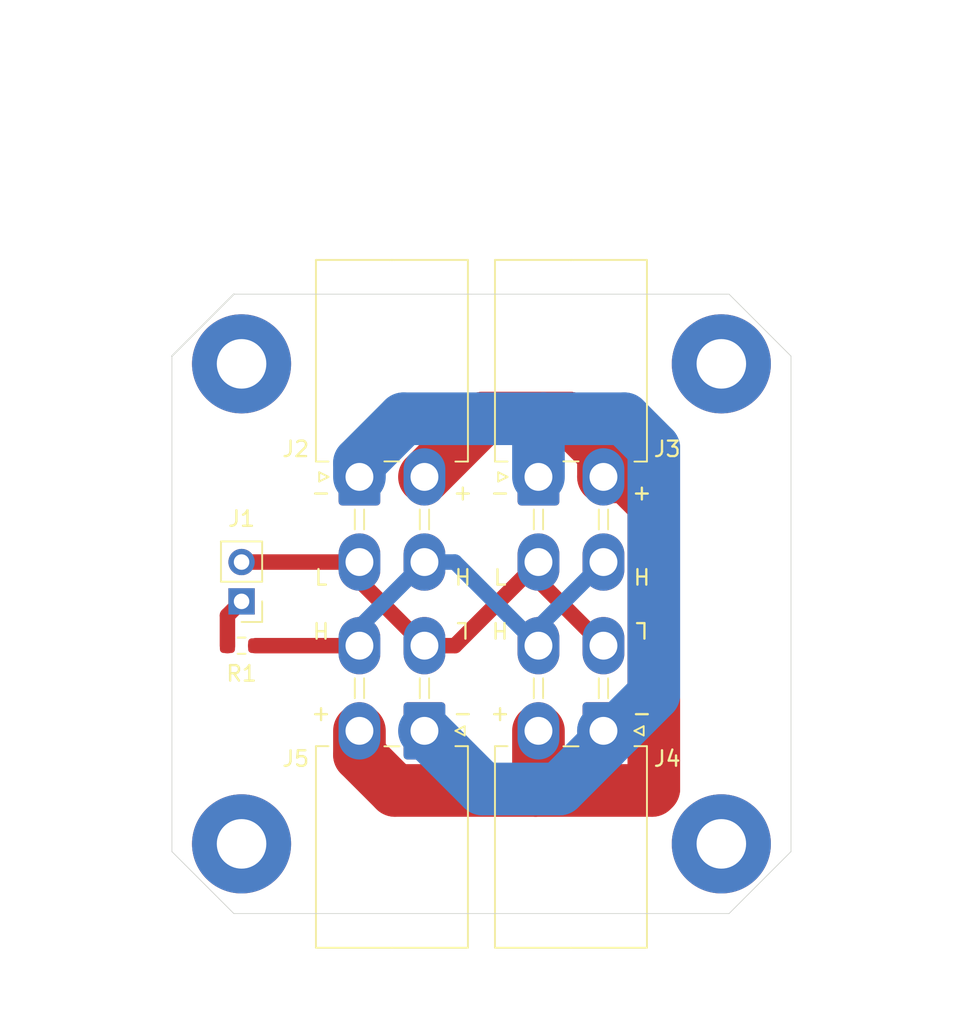
<source format=kicad_pcb>
(kicad_pcb (version 20240108) (generator "pcbnew") (generator_version "8.0")
  (layers (0 "F.Cu" signal) (31 "B.Cu" signal) (34 "B.Paste" user) (35 "F.Paste" user) (36 "B.SilkS" user "B.Silkscreen") (37 "F.SilkS" user "F.Silkscreen") (38 "B.Mask" user) (39 "F.Mask" user) (44 "Edge.Cuts" user))
  (net 0 "")
  (net 1 "/CAN_DATA_SHUNT")
  (net 2 "/CAN_L")
  (net 3 "/CAN_H")
  (net 4 "GND")
  (net 5 "VCC")
  (footprint "Connector_PinHeader_2.54mm:PinHeader_1x02_P2.54mm_Vertical" (layer "F.Cu") (at 81 95.34 180)
    (property "Reference" "J1" (at 0 5.34 360) (layer "F.SilkS"))
    (property "Value" "Conn_01x02" (hide yes))
    (fp_line (start 1.33 1.27) (end 1.33 3.87) (stroke (width 0.12)) (layer "F.SilkS"))
    (fp_line (start -1.33 3.87) (end 1.33 3.87) (stroke (width 0.12)) (layer "F.SilkS"))
    (fp_line (start -1.33 1.27) (end 1.33 1.27) (stroke (width 0.12)) (layer "F.SilkS"))
    (fp_line (start -1.33 1.27) (end -1.33 3.87) (stroke (width 0.12)) (layer "F.SilkS"))
    (fp_line (start -1.33 0) (end -1.33 -1.33) (stroke (width 0.12)) (layer "F.SilkS"))
    (fp_line (start -1.33 -1.33) (end 0 -1.33) (stroke (width 0.12)) (layer "F.SilkS"))
    (pad "1" thru_hole rect (at 0 0 180) (size 1.7 1.7) (drill 1) (layers "*.Cu" "*.Mask") (net 1 "/CAN_DATA_SHUNT"))
    (pad "2" thru_hole oval (at 0 2.54 180) (size 1.7 1.7) (drill 1) (layers "*.Cu" "*.Mask") (net 2 "/CAN_L"))
  )
  (footprint "MountingHole:MountingHole_3.2mm_M3_Pad_TopBottom" (layer "F.Cu") (at 112 111)
    (property "Reference" "H4" (hide yes))
    (property "Value" "MountingHole" (hide yes))
    (pad "1" thru_hole circle (at 0 0) (size 3.6 3.6) (drill 3.2) (layers "*.Cu" "*.Mask"))
    (pad "1" connect circle (at 0 0) (size 6.4 6.4) (layers "F.Cu" "F.Mask"))
    (pad "1" connect circle (at 0 0) (size 6.4 6.4) (layers "B.Cu" "B.Mask"))
  )
  (footprint "Resistor_SMD:R_0603_1608Metric_Pad0.98x0.95mm_HandSolder" (layer "F.Cu") (at 81 98.2 180)
    (property "Reference" "R1" (at 0 -1.8 360) (layer "F.SilkS"))
    (property "Value" "120R" (hide yes))
    (fp_line (start -0.254724 0.5225) (end 0.254724 0.5225) (stroke (width 0.12)) (layer "F.SilkS"))
    (fp_line (start -0.254724 -0.5225) (end 0.254724 -0.5225) (stroke (width 0.12)) (layer "F.SilkS"))
    (pad "1" smd roundrect (at -0.9125 0 180) (size 0.975 0.95) (layers "F.Cu" "F.Paste" "F.Mask") (net 3 "/CAN_H"))
    (pad "2" smd roundrect (at 0.9125 0 180) (size 0.975 0.95) (layers "F.Cu" "F.Paste" "F.Mask") (net 1 "/CAN_DATA_SHUNT"))
  )
  (footprint "Connector_Molex:Molex_Mini-Fit_Jr_5569-04A2_2x02_P4.20mm_Horizontal" (layer "F.Cu") (at 100.183332 87.3)
    (property "Reference" "J3" (at 8.316668 -1.8 0) (layer "F.SilkS"))
    (property "Value" "Conn_02x02_Odd_Even" (hide yes))
    (fp_line (start -2.81 -14.01) (end 2.1 -14.01) (stroke (width 0.12)) (layer "F.SilkS"))
    (fp_line (start -2.81 -0.99) (end -2.81 -14.01) (stroke (width 0.12)) (layer "F.SilkS"))
    (fp_line (start -2.6 -0.3) (end -2 0) (stroke (width 0.12)) (layer "F.SilkS"))
    (fp_line (start -2.6 0.3) (end -2.6 -0.3) (stroke (width 0.12)) (layer "F.SilkS"))
    (fp_line (start -2 -0.99) (end -2.81 -0.99) (stroke (width 0.12)) (layer "F.SilkS"))
    (fp_line (start -2 0) (end -2.6 0.3) (stroke (width 0.12)) (layer "F.SilkS"))
    (fp_line (start -0.3 2.11) (end -0.3 3.39) (stroke (width 0.12)) (layer "F.SilkS"))
    (fp_line (start 0.3 2.11) (end 0.3 3.39) (stroke (width 0.12)) (layer "F.SilkS"))
    (fp_line (start 1.61 -1) (end 2.59 -1) (stroke (width 0.12)) (layer "F.SilkS"))
    (fp_line (start 3.9 2.11) (end 3.9 3.39) (stroke (width 0.12)) (layer "F.SilkS"))
    (fp_line (start 4.5 2.11) (end 4.5 3.39) (stroke (width 0.12)) (layer "F.SilkS"))
    (fp_line (start 6.2 -0.99) (end 7.01 -0.99) (stroke (width 0.12)) (layer "F.SilkS"))
    (fp_line (start 7.01 -14.01) (end 2.1 -14.01) (stroke (width 0.12)) (layer "F.SilkS"))
    (fp_line (start 7.01 -0.99) (end 7.01 -14.01) (stroke (width 0.12)) (layer "F.SilkS"))
    (pad "" np_thru_hole circle (at 2.1 -7.3) (size 3 3) (drill 3) (layers "*.Cu" "*.Mask"))
    (pad "1" thru_hole roundrect (at 0 0) (size 2.7 3.7) (drill 1.8) (layers "*.Cu" "*.Mask") (roundrect_rratio 0.092593) (net 4 "GND"))
    (pad "2" thru_hole oval (at 4.2 0) (size 2.7 3.7) (drill 1.8) (layers "*.Cu" "*.Mask") (net 5 "VCC"))
    (pad "3" thru_hole oval (at 0 5.5) (size 2.7 3.7) (drill 1.8) (layers "*.Cu" "*.Mask") (net 2 "/CAN_L"))
    (pad "4" thru_hole oval (at 4.2 5.5) (size 2.7 3.7) (drill 1.8) (layers "*.Cu" "*.Mask") (net 3 "/CAN_H"))
  )
  (footprint "MountingHole:MountingHole_3.2mm_M3_Pad_TopBottom" (layer "F.Cu") (at 112 80)
    (property "Reference" "H2" (hide yes))
    (property "Value" "MountingHole" (hide yes))
    (pad "1" thru_hole circle (at 0 0) (size 3.6 3.6) (drill 3.2) (layers "*.Cu" "*.Mask"))
    (pad "1" connect circle (at 0 0) (size 6.4 6.4) (layers "F.Cu" "F.Mask"))
    (pad "1" connect circle (at 0 0) (size 6.4 6.4) (layers "B.Cu" "B.Mask"))
  )
  (footprint "Connector_Molex:Molex_Mini-Fit_Jr_5569-04A2_2x02_P4.20mm_Horizontal" (layer "F.Cu") (at 104.383332 103.7 180)
    (property "Reference" "J4" (at -4.116668 -1.8 360) (layer "F.SilkS"))
    (property "Value" "Conn_02x02_Odd_Even" (hide yes))
    (fp_line (start 7.01 -0.99) (end 7.01 -14.01) (stroke (width 0.12)) (layer "F.SilkS"))
    (fp_line (start 7.01 -14.01) (end 2.1 -14.01) (stroke (width 0.12)) (layer "F.SilkS"))
    (fp_line (start 6.2 -0.99) (end 7.01 -0.99) (stroke (width 0.12)) (layer "F.SilkS"))
    (fp_line (start 4.5 2.11) (end 4.5 3.39) (stroke (width 0.12)) (layer "F.SilkS"))
    (fp_line (start 3.9 2.11) (end 3.9 3.39) (stroke (width 0.12)) (layer "F.SilkS"))
    (fp_line (start 1.61 -1) (end 2.59 -1) (stroke (width 0.12)) (layer "F.SilkS"))
    (fp_line (start 0.3 2.11) (end 0.3 3.39) (stroke (width 0.12)) (layer "F.SilkS"))
    (fp_line (start -0.3 2.11) (end -0.3 3.39) (stroke (width 0.12)) (layer "F.SilkS"))
    (fp_line (start -2 0) (end -2.6 0.3) (stroke (width 0.12)) (layer "F.SilkS"))
    (fp_line (start -2 -0.99) (end -2.81 -0.99) (stroke (width 0.12)) (layer "F.SilkS"))
    (fp_line (start -2.6 0.3) (end -2.6 -0.3) (stroke (width 0.12)) (layer "F.SilkS"))
    (fp_line (start -2.6 -0.3) (end -2 0) (stroke (width 0.12)) (layer "F.SilkS"))
    (fp_line (start -2.81 -0.99) (end -2.81 -14.01) (stroke (width 0.12)) (layer "F.SilkS"))
    (fp_line (start -2.81 -14.01) (end 2.1 -14.01) (stroke (width 0.12)) (layer "F.SilkS"))
    (pad "" np_thru_hole circle (at 2.1 -7.3 180) (size 3 3) (drill 3) (layers "*.Cu" "*.Mask"))
    (pad "1" thru_hole roundrect (at 0 0 180) (size 2.7 3.7) (drill 1.8) (layers "*.Cu" "*.Mask") (roundrect_rratio 0.092593) (net 4 "GND"))
    (pad "2" thru_hole oval (at 4.2 0 180) (size 2.7 3.7) (drill 1.8) (layers "*.Cu" "*.Mask") (net 5 "VCC"))
    (pad "3" thru_hole oval (at 0 5.5 180) (size 2.7 3.7) (drill 1.8) (layers "*.Cu" "*.Mask") (net 2 "/CAN_L"))
    (pad "4" thru_hole oval (at 4.2 5.5 180) (size 2.7 3.7) (drill 1.8) (layers "*.Cu" "*.Mask") (net 3 "/CAN_H"))
  )
  (footprint "Connector_Molex:Molex_Mini-Fit_Jr_5569-04A2_2x02_P4.20mm_Horizontal" (layer "F.Cu") (at 88.616666 87.3)
    (property "Reference" "J2" (at -4.116666 -1.8 0) (layer "F.SilkS"))
    (property "Value" "Conn_02x02_Odd_Even" (hide yes))
    (fp_line (start -2.81 -14.01) (end 2.1 -14.01) (stroke (width 0.12)) (layer "F.SilkS"))
    (fp_line (start -2.81 -0.99) (end -2.81 -14.01) (stroke (width 0.12)) (layer "F.SilkS"))
    (fp_line (start -2.6 -0.3) (end -2 0) (stroke (width 0.12)) (layer "F.SilkS"))
    (fp_line (start -2.6 0.3) (end -2.6 -0.3) (stroke (width 0.12)) (layer "F.SilkS"))
    (fp_line (start -2 -0.99) (end -2.81 -0.99) (stroke (width 0.12)) (layer "F.SilkS"))
    (fp_line (start -2 0) (end -2.6 0.3) (stroke (width 0.12)) (layer "F.SilkS"))
    (fp_line (start -0.3 2.11) (end -0.3 3.39) (stroke (width 0.12)) (layer "F.SilkS"))
    (fp_line (start 0.3 2.11) (end 0.3 3.39) (stroke (width 0.12)) (layer "F.SilkS"))
    (fp_line (start 1.61 -1) (end 2.59 -1) (stroke (width 0.12)) (layer "F.SilkS"))
    (fp_line (start 3.9 2.11) (end 3.9 3.39) (stroke (width 0.12)) (layer "F.SilkS"))
    (fp_line (start 4.5 2.11) (end 4.5 3.39) (stroke (width 0.12)) (layer "F.SilkS"))
    (fp_line (start 6.2 -0.99) (end 7.01 -0.99) (stroke (width 0.12)) (layer "F.SilkS"))
    (fp_line (start 7.01 -14.01) (end 2.1 -14.01) (stroke (width 0.12)) (layer "F.SilkS"))
    (fp_line (start 7.01 -0.99) (end 7.01 -14.01) (stroke (width 0.12)) (layer "F.SilkS"))
    (pad "" np_thru_hole circle (at 2.1 -7.3) (size 3 3) (drill 3) (layers "*.Cu" "*.Mask"))
    (pad "1" thru_hole roundrect (at 0 0) (size 2.7 3.7) (drill 1.8) (layers "*.Cu" "*.Mask") (roundrect_rratio 0.092593) (net 4 "GND"))
    (pad "2" thru_hole oval (at 4.2 0) (size 2.7 3.7) (drill 1.8) (layers "*.Cu" "*.Mask") (net 5 "VCC"))
    (pad "3" thru_hole oval (at 0 5.5) (size 2.7 3.7) (drill 1.8) (layers "*.Cu" "*.Mask") (net 2 "/CAN_L"))
    (pad "4" thru_hole oval (at 4.2 5.5) (size 2.7 3.7) (drill 1.8) (layers "*.Cu" "*.Mask") (net 3 "/CAN_H"))
  )
  (footprint "MountingHole:MountingHole_3.2mm_M3_Pad_TopBottom" (layer "F.Cu") (at 81 111)
    (property "Reference" "H3" (hide yes))
    (property "Value" "MountingHole" (hide yes))
    (pad "1" thru_hole circle (at 0 0) (size 3.6 3.6) (drill 3.2) (layers "*.Cu" "*.Mask"))
    (pad "1" connect circle (at 0 0) (size 6.4 6.4) (layers "F.Cu" "F.Mask"))
    (pad "1" connect circle (at 0 0) (size 6.4 6.4) (layers "B.Cu" "B.Mask"))
  )
  (footprint "MountingHole:MountingHole_3.2mm_M3_Pad_TopBottom" (layer "F.Cu") (at 81 80)
    (property "Reference" "H1" (hide yes))
    (property "Value" "MountingHole" (hide yes))
    (pad "1" thru_hole circle (at 0 0) (size 3.6 3.6) (drill 3.2) (layers "*.Cu" "*.Mask"))
    (pad "1" connect circle (at 0 0) (size 6.4 6.4) (layers "F.Cu" "F.Mask"))
    (pad "1" connect circle (at 0 0) (size 6.4 6.4) (layers "B.Cu" "B.Mask"))
  )
  (footprint "Connector_Molex:Molex_Mini-Fit_Jr_5569-04A2_2x02_P4.20mm_Horizontal" (layer "F.Cu") (at 92.816666 103.7 180)
    (property "Reference" "J5" (at 8.316666 -1.8 360) (layer "F.SilkS"))
    (property "Value" "Conn_02x02_Odd_Even" (hide yes))
    (fp_line (start 7.01 -0.99) (end 7.01 -14.01) (stroke (width 0.12)) (layer "F.SilkS"))
    (fp_line (start 7.01 -14.01) (end 2.1 -14.01) (stroke (width 0.12)) (layer "F.SilkS"))
    (fp_line (start 6.2 -0.99) (end 7.01 -0.99) (stroke (width 0.12)) (layer "F.SilkS"))
    (fp_line (start 4.5 2.11) (end 4.5 3.39) (stroke (width 0.12)) (layer "F.SilkS"))
    (fp_line (start 3.9 2.11) (end 3.9 3.39) (stroke (width 0.12)) (layer "F.SilkS"))
    (fp_line (start 1.61 -1) (end 2.59 -1) (stroke (width 0.12)) (layer "F.SilkS"))
    (fp_line (start 0.3 2.11) (end 0.3 3.39) (stroke (width 0.12)) (layer "F.SilkS"))
    (fp_line (start -0.3 2.11) (end -0.3 3.39) (stroke (width 0.12)) (layer "F.SilkS"))
    (fp_line (start -2 0) (end -2.6 0.3) (stroke (width 0.12)) (layer "F.SilkS"))
    (fp_line (start -2 -0.99) (end -2.81 -0.99) (stroke (width 0.12)) (layer "F.SilkS"))
    (fp_line (start -2.6 0.3) (end -2.6 -0.3) (stroke (width 0.12)) (layer "F.SilkS"))
    (fp_line (start -2.6 -0.3) (end -2 0) (stroke (width 0.12)) (layer "F.SilkS"))
    (fp_line (start -2.81 -0.99) (end -2.81 -14.01) (stroke (width 0.12)) (layer "F.SilkS"))
    (fp_line (start -2.81 -14.01) (end 2.1 -14.01) (stroke (width 0.12)) (layer "F.SilkS"))
    (pad "" np_thru_hole circle (at 2.1 -7.3 180) (size 3 3) (drill 3) (layers "*.Cu" "*.Mask"))
    (pad "1" thru_hole roundrect (at 0 0 180) (size 2.7 3.7) (drill 1.8) (layers "*.Cu" "*.Mask") (roundrect_rratio 0.092593) (net 4 "GND"))
    (pad "2" thru_hole oval (at 4.2 0 180) (size 2.7 3.7) (drill 1.8) (layers "*.Cu" "*.Mask") (net 5 "VCC"))
    (pad "3" thru_hole oval (at 0 5.5 180) (size 2.7 3.7) (drill 1.8) (layers "*.Cu" "*.Mask") (net 2 "/CAN_L"))
    (pad "4" thru_hole oval (at 4.2 5.5 180) (size 2.7 3.7) (drill 1.8) (layers "*.Cu" "*.Mask") (net 3 "/CAN_H"))
  )
  (gr_line (start 116.5 111.5) (end 116.5 79.5) (stroke (width 0.05)) (layer "Edge.Cuts"))
  (gr_line (start 80.5 115.5) (end 112.5 115.5) (stroke (width 0.05)) (layer "Edge.Cuts"))
  (gr_line (start 80.5 75.5) (end 76.5 79.5) (stroke (width 0.1)) (layer "Edge.Cuts"))
  (gr_line (start 80.5 75.5) (end 112.5 75.5) (stroke (width 0.05)) (layer "Edge.Cuts"))
  (gr_line (start 112.5 115.5) (end 116.5 111.5) (stroke (width 0.05)) (layer "Edge.Cuts"))
  (gr_line (start 76.5 79.5) (end 76.5 111.5) (stroke (width 0.05)) (layer "Edge.Cuts"))
  (gr_line (start 112.5 75.5) (end 116.5 79.5) (stroke (width 0.05)) (layer "Edge.Cuts"))
  (gr_line (start 76.5 111.5) (end 80.5 115.5) (stroke (width 0.05)) (layer "Edge.Cuts"))
  (gr_text "H" (at 97.70238 97.19825 180) (layer "F.SilkS") (effects (font (size 1 1))))
  (gr_text "+" (at 97.70238 102.69825 180) (layer "F.SilkS") (effects (font (size 1 1))))
  (gr_text "-" (at 86.135713 88.30175 0) (layer "F.SilkS") (effects (font (size 1 1))))
  (gr_text "+" (at 106.864284 88.30175 0) (layer "F.SilkS") (effects (font (size 1 1))))
  (gr_text "H" (at 95.297618 93.80175 0) (layer "F.SilkS") (effects (font (size 1 1))))
  (gr_text "-" (at 95.297619 102.69825 180) (layer "F.SilkS") (effects (font (size 1 1))))
  (gr_text "-" (at 106.864285 102.69825 180) (layer "F.SilkS") (effects (font (size 1 1))))
  (gr_text "H" (at 106.864284 93.80175 0) (layer "F.SilkS") (effects (font (size 1 1))))
  (gr_text "+" (at 86.135714 102.69825 180) (layer "F.SilkS") (effects (font (size 1 1))))
  (gr_text "L" (at 106.864284 97.19825 180) (layer "F.SilkS") (effects (font (size 1 1))))
  (gr_text "-" (at 97.702379 88.30175 0) (layer "F.SilkS") (effects (font (size 1 1))))
  (gr_text "+" (at 95.297618 88.30175 0) (layer "F.SilkS") (effects (font (size 1 1))))
  (gr_text "L" (at 97.702379 93.80175 0) (layer "F.SilkS") (effects (font (size 1 1))))
  (gr_text "H" (at 86.135714 97.19825 180) (layer "F.SilkS") (effects (font (size 1 1))))
  (gr_text "L" (at 86.135713 93.80175 0) (layer "F.SilkS") (effects (font (size 1 1))))
  (gr_text "L" (at 95.297618 97.19825 180) (layer "F.SilkS") (effects (font (size 1 1))))
  (segment (start 80.0875 96.2525) (end 80.0875 98.2) (width 1) (layer "F.Cu") (net 1))
  (segment (start 81 95.34) (end 80.0875 96.2525) (width 1) (layer "F.Cu") (net 1))
  (segment (start 92.816666 98.2) (end 94.783332 98.2) (width 1) (layer "F.Cu") (net 2))
  (segment (start 81 92.8) (end 88.616666 92.8) (width 1) (layer "F.Cu") (net 2))
  (segment (start 88.616666 92.8) (end 88.616666 94) (width 1) (layer "F.Cu") (net 2))
  (segment (start 100.183332 92.8) (end 100.183332 94) (width 1) (layer "F.Cu") (net 2))
  (segment (start 100.183332 94) (end 104.383332 98.2) (width 1) (layer "F.Cu") (net 2))
  (segment (start 88.616666 94) (end 92.816666 98.2) (width 1) (layer "F.Cu") (net 2))
  (segment (start 94.783332 98.2) (end 100.183332 92.8) (width 1) (layer "F.Cu") (net 2))
  (segment (start 81.9125 98.2) (end 88.616666 98.2) (width 1) (layer "F.Cu") (net 3))
  (segment (start 88.616666 98.2) (end 88.616666 97) (width 1) (layer "B.Cu") (net 3))
  (segment (start 100.183332 98.2) (end 100.183332 97) (width 1) (layer "B.Cu") (net 3))
  (segment (start 94.783332 92.8) (end 100.183332 98.2) (width 1) (layer "B.Cu") (net 3))
  (segment (start 92.816666 92.8) (end 94.783332 92.8) (width 1) (layer "B.Cu") (net 3))
  (segment (start 100.183332 97) (end 104.383332 92.8) (width 1) (layer "B.Cu") (net 3))
  (segment (start 88.616666 97) (end 92.816666 92.8) (width 1) (layer "B.Cu") (net 3))
  (segment (start 96.571666 107.455) (end 92.816666 103.7) (width 3.4) (layer "B.Cu") (net 4))
  (segment (start 104.383332 103.7) (end 105.286597 103.7) (width 3.4) (layer "B.Cu") (net 4))
  (segment (start 104.383332 104.603265) (end 101.531597 107.455) (width 3.4) (layer "B.Cu") (net 4))
  (segment (start 100.183332 87.3) (end 100.183332 83.861668) (width 3.4) (layer "B.Cu") (net 4))
  (segment (start 107.638332 101.348265) (end 101.531597 107.455) (width 3.4) (layer "B.Cu") (net 4))
  (segment (start 100.5 83.545) (end 105.731597 83.545) (width 3.4) (layer "B.Cu") (net 4))
  (segment (start 88.616666 87.3) (end 88.616666 86.396735) (width 3.4) (layer "B.Cu") (net 4))
  (segment (start 91.468401 83.545) (end 100.5 83.545) (width 3.4) (layer "B.Cu") (net 4))
  (segment (start 105.731597 83.545) (end 107.638332 85.451735) (width 3.4) (layer "B.Cu") (net 4))
  (segment (start 88.616666 86.396735) (end 91.468401 83.545) (width 3.4) (layer "B.Cu") (net 4))
  (segment (start 100.183332 83.861668) (end 100.5 83.545) (width 3.4) (layer "B.Cu") (net 4))
  (segment (start 105.286597 103.7) (end 107.638332 101.348265) (width 3.4) (layer "B.Cu") (net 4))
  (segment (start 107.638332 85.451735) (end 107.638332 101.348265) (width 3.4) (layer "B.Cu") (net 4))
  (segment (start 101.531597 107.455) (end 96.571666 107.455) (width 3.4) (layer "B.Cu") (net 4))
  (segment (start 104.383332 103.7) (end 104.383332 104.603265) (width 3.4) (layer "B.Cu") (net 4))
  (segment (start 107.638332 89.000442) (end 102.13789 83.5) (width 3.4) (layer "F.Cu") (net 5))
  (segment (start 100.183332 103.7) (end 100.183332 107.366668) (width 3.4) (layer "F.Cu") (net 5))
  (segment (start 90.912108 107.55) (end 100 107.55) (width 3.4) (layer "F.Cu") (net 5))
  (segment (start 104.383332 87.3) (end 104.383332 85.745442) (width 3.4) (layer "F.Cu") (net 5))
  (segment (start 100 107.55) (end 107.522369 107.55) (width 3.4) (layer "F.Cu") (net 5))
  (segment (start 88.616666 105.254558) (end 90.912108 107.55) (width 3.4) (layer "F.Cu") (net 5))
  (segment (start 105.93789 87.3) (end 107.638332 89.000442) (width 3.4) (layer "F.Cu") (net 5))
  (segment (start 96.616666 83.5) (end 92.816666 87.3) (width 3.4) (layer "F.Cu") (net 5))
  (segment (start 104.383332 85.745442) (end 102.13789 83.5) (width 3.4) (layer "F.Cu") (net 5))
  (segment (start 107.522369 107.55) (end 107.638332 107.434037) (width 3.4) (layer "F.Cu") (net 5))
  (segment (start 88.616666 103.7) (end 88.616666 105.254558) (width 3.4) (layer "F.Cu") (net 5))
  (segment (start 100.183332 107.366668) (end 100 107.55) (width 3.4) (layer "F.Cu") (net 5))
  (segment (start 104.383332 87.3) (end 105.93789 87.3) (width 3.4) (layer "F.Cu") (net 5))
  (segment (start 107.638332 107.434037) (end 107.638332 89.000442) (width 3.4) (layer "F.Cu") (net 5))
  (segment (start 102.13789 83.5) (end 96.616666 83.5) (width 3.4) (layer "F.Cu") (net 5))
)
</source>
